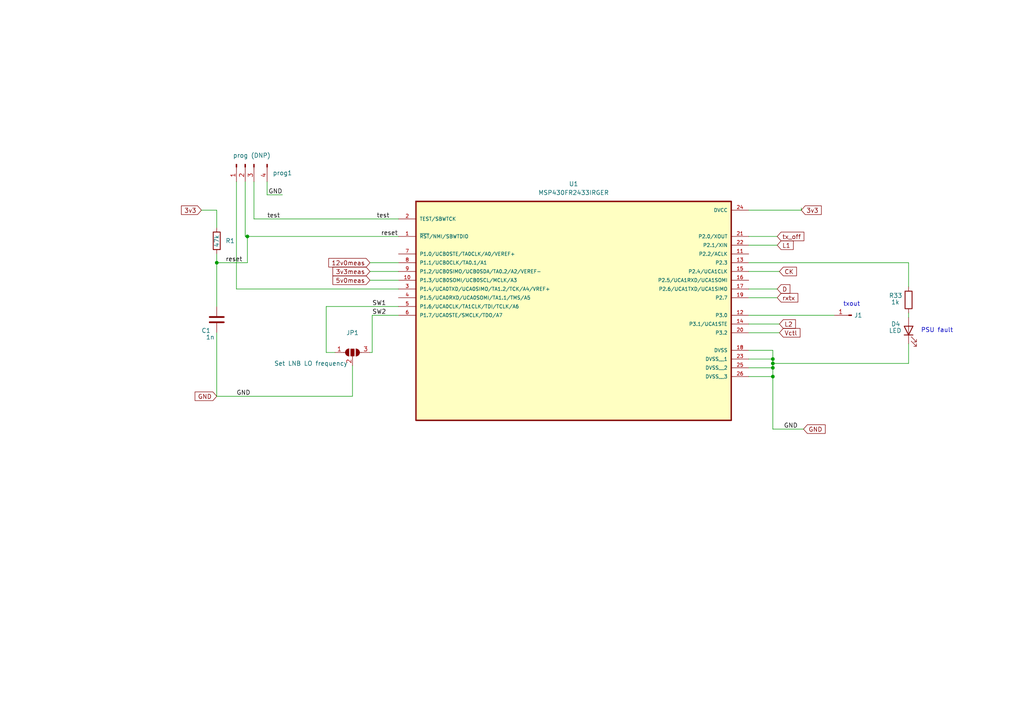
<source format=kicad_sch>
(kicad_sch (version 20231120) (generator "eeschema") (generator_version "8.0")
  (paper "A4")
  (title_block (title "430Mhz - QO-100 transverter") (date "2025-04-24") (rev "2.1") (comment 1 "TxOut for control of external devices") (comment 2 "(00, 01, 10 & 10)") (comment 3 "JP1: Jumper select for 25, 26, 27 & 28Mhz for LNB") (comment 4 "Microcontroller circuit - internal FRAM"))
  (lib_symbols
    (symbol "Connector:Conn_01x01_Pin" (pin_names (offset 1.016) hide)
      (property "Reference" "J" (at 0 2.54 0))
      (property "Value" "Conn_01x01_Pin" (at 0 -2.54 0))
      (symbol "Conn_01x01_Pin_1_1"
        (polyline (pts (xy 1.27 0) (xy 0.8636 0)) (stroke (width 0.1524)))
        (rectangle (start 0.8636 0.127) (end 0 -0.127) (stroke (width 0.1524)) (fill (type outline)))
        (pin passive line (at 5.08 0 180) (length 3.81) (name "Pin_1") (number "1"))
      )
    )
    (symbol "Connector:Conn_01x03_Pin" (pin_names (offset 1.016) hide)
      (property "Reference" "J1" (at 4.85 -1.27 90))
      (property "Value" "prog (DNP)" (at 2.802 -1.27 90))
      (symbol "Conn_01x03_Pin_1_1"
        (rectangle (start 0 -6.223) (end 0.8636 -6.477) (stroke (width 0.1524)) (fill (type outline)))
        (rectangle (start 0 -2.413) (end 0.8636 -2.667) (stroke (width 0.1524)) (fill (type outline)))
        (polyline (pts (xy 1.27 -6.35) (xy 0.8636 -6.35)) (stroke (width 0.1524)))
        (polyline (pts (xy 1.27 -2.54) (xy 0.8636 -2.54)) (stroke (width 0.1524)))
        (polyline (pts (xy 1.27 0) (xy 0.8636 0)) (stroke (width 0.1524)))
        (polyline (pts (xy 1.27 2.54) (xy 0.8636 2.54)) (stroke (width 0.1524)))
        (rectangle (start 0 2.667) (end 0.8636 2.413) (stroke (width 0.1524)) (fill (type outline)))
        (rectangle (start 0.8636 0.127) (end 0 -0.127) (stroke (width 0.1524)) (fill (type outline)))
        (pin passive line (at 5.08 2.54 180) (length 3.81) (name "Pin_1") (number "1"))
        (pin passive line (at 5.08 0 180) (length 3.81) (name "Pin_2") (number "2"))
        (pin passive line (at 5.08 -2.54 180) (length 3.81) (name "Pin_3") (number "3"))
        (pin passive line (at 5.08 -6.35 180) (length 3.81) (name "Pin_1") (number "4"))
      )
    )
    (symbol "Device:C" (pin_numbers hide) (pin_names (offset 0.254))
      (property "Reference" "C" (at 0.635 2.54 0))
      (property "Value" "C" (at 0.635 -2.54 0))
      (symbol "C_0_1"
        (polyline (pts (xy -2.032 -0.762) (xy 2.032 -0.762)) (stroke (width 0.508)))
        (polyline (pts (xy -2.032 0.762) (xy 2.032 0.762)) (stroke (width 0.508)))
      )
      (symbol "C_1_1"
        (pin passive line (at 0 3.81 270) (length 2.794) (name "~") (number "1"))
        (pin passive line (at 0 -3.81 90) (length 2.794) (name "~") (number "2"))
      )
    )
    (symbol "Device:LED" (pin_numbers hide) (pin_names (offset 1.016) hide)
      (property "Reference" "D" (at 0 2.54 0))
      (property "Value" "LED" (at 0 -2.54 0))
      (symbol "LED_0_1"
        (polyline (pts (xy -1.27 -1.27) (xy -1.27 1.27)) (stroke (width 0.254)))
        (polyline (pts (xy -1.27 0) (xy 1.27 0)))
        (polyline (pts (xy 1.27 -1.27) (xy 1.27 1.27) (xy -1.27 0) (xy 1.27 -1.27)) (stroke (width 0.254)))
        (polyline (pts (xy -3.048 -0.762) (xy -4.572 -2.286) (xy -3.81 -2.286) (xy -4.572 -2.286) (xy -4.572 -1.524)))
        (polyline (pts (xy -1.778 -0.762) (xy -3.302 -2.286) (xy -2.54 -2.286) (xy -3.302 -2.286) (xy -3.302 -1.524)))
      )
      (symbol "LED_1_1"
        (pin passive line (at -3.81 0 0) (length 2.54) (name "K") (number "1"))
        (pin passive line (at 3.81 0 180) (length 2.54) (name "A") (number "2"))
      )
    )
    (symbol "Device:R" (pin_numbers hide) (pin_names (offset 0))
      (property "Reference" "R" (at 2.032 0 90))
      (property "Value" "R" (at 0 0 90))
      (symbol "R_0_1"
        (rectangle (start -1.016 -2.54) (end 1.016 2.54) (stroke (width 0.254)))
      )
      (symbol "R_1_1"
        (pin passive line (at 0 3.81 270) (length 1.27) (name "~") (number "1"))
        (pin passive line (at 0 -3.81 90) (length 1.27) (name "~") (number "2"))
      )
    )
    (symbol "Jumper:SolderJumper_3_Open" (pin_names (offset 0) hide)
      (property "Reference" "JP" (at -2.54 -2.54 0))
      (property "Value" "SolderJumper_3_Open" (at 0 2.794 0))
      (symbol "SolderJumper_3_Open_0_1"
        (arc (start -1.016 1.016) (mid -2.0276 0) (end -1.016 -1.016))
        (arc (start -1.016 1.016) (mid -2.0276 0) (end -1.016 -1.016) (fill (type outline)))
        (rectangle (start -0.508 1.016) (end 0.508 -1.016) (fill (type outline)))
        (polyline (pts (xy -2.54 0) (xy -2.032 0)))
        (polyline (pts (xy -1.016 1.016) (xy -1.016 -1.016)))
        (polyline (pts (xy 0 -1.27) (xy 0 -1.016)))
        (polyline (pts (xy 1.016 1.016) (xy 1.016 -1.016)))
        (polyline (pts (xy 2.54 0) (xy 2.032 0)))
        (arc (start 1.016 -1.016) (mid 2.0276 0) (end 1.016 1.016))
        (arc (start 1.016 -1.016) (mid 2.0276 0) (end 1.016 1.016) (fill (type outline)))
      )
      (symbol "SolderJumper_3_Open_1_1"
        (pin passive line (at -5.08 0 0) (length 2.54) (name "A") (number "1"))
        (pin passive line (at 0 -3.81 90) (length 2.54) (name "C") (number "2"))
        (pin passive line (at 5.08 0 180) (length 2.54) (name "B") (number "3"))
      )
    )
    (symbol "MSP430FR2433IRGER:MSP430FR2433IRGER" (pin_names (offset 1.016))
      (property "Reference" "U" (at -45.72 25.4 0))
      (property "Value" "MSP430FR2433IRGER" (at -45.72 -43.18 0))
      (symbol "MSP430FR2433IRGER_0_0"
        (rectangle (start -45.72 -40.64) (end 45.72 22.86) (stroke (width 0.41)) (fill (type background)))
        (pin bidirectional line (at -50.8 12.7 0) (length 5.08) (name "~{RST}/NMI/SBWTDIO") (number "1"))
        (pin bidirectional line (at -50.8 0 0) (length 5.08) (name "P1.3/UCB0SOMI/UCB0SCL/MCLK/A3") (number "10"))
        (pin bidirectional line (at 50.8 7.62 180) (length 5.08) (name "P2.2/ACLK") (number "11"))
        (pin bidirectional line (at 50.8 -10.16 180) (length 5.08) (name "P3.0") (number "12"))
        (pin bidirectional line (at 50.8 5.08 180) (length 5.08) (name "P2.3") (number "13"))
        (pin bidirectional line (at 50.8 -12.7 180) (length 5.08) (name "P3.1/UCA1STE") (number "14"))
        (pin bidirectional line (at 50.8 2.54 180) (length 5.08) (name "P2.4/UCA1CLK") (number "15"))
        (pin bidirectional line (at 50.8 0 180) (length 5.08) (name "P2.5/UCA1RXD/UCA1SOMI") (number "16"))
        (pin bidirectional line (at 50.8 -2.54 180) (length 5.08) (name "P2.6/UCA1TXD/UCA1SIMO") (number "17"))
        (pin power_in line (at 50.8 -20.32 180) (length 5.08) (name "DVSS") (number "18"))
        (pin bidirectional line (at 50.8 -5.08 180) (length 5.08) (name "P2.7") (number "19"))
        (pin input line (at -50.8 17.78 0) (length 5.08) (name "TEST/SBWTCK") (number "2"))
        (pin bidirectional line (at 50.8 -15.24 180) (length 5.08) (name "P3.2") (number "20"))
        (pin bidirectional line (at 50.8 12.7 180) (length 5.08) (name "P2.0/XOUT") (number "21"))
        (pin bidirectional line (at 50.8 10.16 180) (length 5.08) (name "P2.1/XIN") (number "22"))
        (pin power_in line (at 50.8 -22.86 180) (length 5.08) (name "DVSS__1") (number "23"))
        (pin power_in line (at 50.8 20.32 180) (length 5.08) (name "DVCC") (number "24"))
        (pin power_in line (at 50.8 -25.4 180) (length 5.08) (name "DVSS__2") (number "25"))
        (pin power_in line (at 50.8 -27.94 180) (length 5.08) (name "DVSS__3") (number "26"))
        (pin bidirectional line (at -50.8 -2.54 0) (length 5.08) (name "P1.4/UCA0TXD/UCA0SIMO/TA1.2/TCK/A4/VREF+") (number "3"))
        (pin bidirectional line (at -50.8 -5.08 0) (length 5.08) (name "P1.5/UCA0RXD/UCA0SOMI/TA1.1/TMS/A5") (number "4"))
        (pin bidirectional line (at -50.8 -7.62 0) (length 5.08) (name "P1.6/UCA0CLK/TA1CLK/TDI/TCLK/A6") (number "5"))
        (pin bidirectional line (at -50.8 -10.16 0) (length 5.08) (name "P1.7/UCA0STE/SMCLK/TDO/A7") (number "6"))
        (pin bidirectional line (at -50.8 7.62 0) (length 5.08) (name "P1.0/UCB0STE/TA0CLK/A0/VEREF+") (number "7"))
        (pin bidirectional line (at -50.8 5.08 0) (length 5.08) (name "P1.1/UCB0CLK/TA0.1/A1") (number "8"))
        (pin bidirectional line (at -50.8 2.54 0) (length 5.08) (name "P1.2/UCB0SIMO/UCB0SDA/TA0.2/A2/VEREF-") (number "9"))
      )
    )
  )
  (junction (at 224.155 104.14))
  (junction (at 224.155 106.68))
  (junction (at 62.865 76.2))
  (junction (at 71.755 68.58))
  (junction (at 224.155 105.41))
  (junction (at 224.155 109.22))
  (wire (pts (xy 71.755 68.58) (xy 71.755 76.2)))
  (wire (pts (xy 62.865 76.2) (xy 62.865 88.9)))
  (wire (pts (xy 107.95 91.44) (xy 107.95 102.235)))
  (wire (pts (xy 224.155 104.14) (xy 224.155 105.41)))
  (wire (pts (xy 62.865 114.935) (xy 102.235 114.935)))
  (wire (pts (xy 62.865 60.96) (xy 62.865 66.04)))
  (wire (pts (xy 224.155 109.22) (xy 224.155 124.46)))
  (wire (pts (xy 217.17 91.44) (xy 241.935 91.44)))
  (wire (pts (xy 224.155 124.46) (xy 233.045 124.46)))
  (wire (pts (xy 71.755 68.58) (xy 115.57 68.58)))
  (wire (pts (xy 107.95 102.235) (xy 107.315 102.235)))
  (wire (pts (xy 217.17 109.22) (xy 224.155 109.22)))
  (wire (pts (xy 97.155 102.235) (xy 94.615 102.235)))
  (wire (pts (xy 94.615 88.9) (xy 115.57 88.9)))
  (wire (pts (xy 73.66 52.705) (xy 73.66 63.5)))
  (wire (pts (xy 81.915 56.515) (xy 77.47 56.515)))
  (wire (pts (xy 115.57 83.82) (xy 68.58 83.82)))
  (wire (pts (xy 217.17 71.12) (xy 225.425 71.12)))
  (wire (pts (xy 71.12 52.705) (xy 71.12 68.58)))
  (wire (pts (xy 224.155 106.68) (xy 224.155 109.22)))
  (wire (pts (xy 73.66 63.5) (xy 115.57 63.5)))
  (wire (pts (xy 217.17 106.68) (xy 224.155 106.68)))
  (wire (pts (xy 94.615 88.9) (xy 94.615 102.235)))
  (wire (pts (xy 62.865 114.935) (xy 62.865 96.52)))
  (wire (pts (xy 58.42 60.96) (xy 62.865 60.96)))
  (wire (pts (xy 224.155 105.41) (xy 224.155 106.68)))
  (wire (pts (xy 107.315 81.28) (xy 115.57 81.28)))
  (wire (pts (xy 232.41 60.325) (xy 232.41 60.96)))
  (wire (pts (xy 217.17 68.58) (xy 225.425 68.58)))
  (wire (pts (xy 217.17 104.14) (xy 224.155 104.14)))
  (wire (pts (xy 217.17 83.82) (xy 225.425 83.82)))
  (wire (pts (xy 62.865 76.2) (xy 71.755 76.2)))
  (wire (pts (xy 77.47 52.705) (xy 77.47 56.515)))
  (wire (pts (xy 217.17 78.74) (xy 226.06 78.74)))
  (wire (pts (xy 68.58 83.82) (xy 68.58 52.705)))
  (wire (pts (xy 71.12 68.58) (xy 71.755 68.58)))
  (wire (pts (xy 107.95 91.44) (xy 115.57 91.44)))
  (wire (pts (xy 107.315 76.2) (xy 115.57 76.2)))
  (wire (pts (xy 217.17 96.52) (xy 226.06 96.52)))
  (wire (pts (xy 102.235 114.935) (xy 102.235 106.045)))
  (wire (pts (xy 217.17 86.36) (xy 225.425 86.36)))
  (wire (pts (xy 263.525 76.2) (xy 263.525 83.185)))
  (wire (pts (xy 217.17 101.6) (xy 224.155 101.6)))
  (wire (pts (xy 263.525 105.41) (xy 224.155 105.41)))
  (wire (pts (xy 263.525 99.695) (xy 263.525 105.41)))
  (wire (pts (xy 217.17 60.96) (xy 232.41 60.96)))
  (wire (pts (xy 263.525 90.805) (xy 263.525 92.075)))
  (wire (pts (xy 107.315 78.74) (xy 115.57 78.74)))
  (wire (pts (xy 224.155 101.6) (xy 224.155 104.14)))
  (wire (pts (xy 62.865 73.66) (xy 62.865 76.2)))
  (wire (pts (xy 217.17 76.2) (xy 263.525 76.2)))
  (wire (pts (xy 217.17 93.98) (xy 226.06 93.98)))
  (text "PSU fault" (at 271.78 95.885 0) (effects (font (size 1.27 1.27))))
  (text "txout" (at 247.015 88.265 0) (effects (font (size 1.27 1.27))))
  (label "reset" (at 110.49 68.58 0))
  (label "GND" (at 227.33 124.46 0))
  (label "test" (at 109.22 63.5 0))
  (label "reset" (at 65.405 76.2 0))
  (label "SW2" (at 107.95 91.44 0))
  (label "GND" (at 81.915 56.515 180))
  (label "GND" (at 68.58 114.935 0))
  (label "SW1" (at 107.95 88.9 0))
  (label "test" (at 77.47 63.5 0))
  (global_label "5v0meas" (shape input) (at 107.315 81.28 180) (property "Intersheetrefs" "${INTERSHEET_REFS}" (effects (hide yes))))
  (global_label "3v3" (shape input) (at 232.41 60.96 0) (property "Intersheetrefs" "${INTERSHEET_REFS}" (effects (hide yes))))
  (global_label "12v0meas" (shape input) (at 107.315 76.2 180) (property "Intersheetrefs" "${INTERSHEET_REFS}" (effects (hide yes))))
  (global_label "tx_off" (shape input) (at 225.425 68.58 0) (property "Intersheetrefs" "${INTERSHEET_REFS}" (effects (hide yes))))
  (global_label "L2" (shape input) (at 226.06 93.98 0) (property "Intersheetrefs" "${INTERSHEET_REFS}" (effects (hide yes))))
  (global_label "L1" (shape input) (at 225.425 71.12 0) (property "Intersheetrefs" "${INTERSHEET_REFS}" (effects (hide yes))))
  (global_label "CK" (shape input) (at 226.06 78.74 0) (property "Intersheetrefs" "${INTERSHEET_REFS}" (effects (hide yes))))
  (global_label "rxtx" (shape input) (at 225.425 86.36 0) (property "Intersheetrefs" "${INTERSHEET_REFS}" (effects (hide yes))))
  (global_label "3v3meas" (shape input) (at 107.315 78.74 180) (property "Intersheetrefs" "${INTERSHEET_REFS}" (effects (hide yes))))
  (global_label "Vctl" (shape input) (at 226.06 96.52 0) (property "Intersheetrefs" "${INTERSHEET_REFS}" (effects (hide yes))))
  (global_label "3v3" (shape input) (at 58.42 60.96 180) (property "Intersheetrefs" "${INTERSHEET_REFS}" (effects (hide yes))))
  (global_label "D" (shape input) (at 225.425 83.82 0) (property "Intersheetrefs" "${INTERSHEET_REFS}" (effects (hide yes))))
  (global_label "GND" (shape input) (at 233.045 124.46 0) (property "Intersheetrefs" "${INTERSHEET_REFS}" (effects (hide yes))))
  (global_label "GND" (shape input) (at 62.865 114.935 180) (property "Intersheetrefs" "${INTERSHEET_REFS}" (effects (hide yes))))
  (symbol (lib_id "Connector:Conn_01x03_Pin") (at 71.12 47.625 90) (mirror x) (unit 1)
    (property "Reference" "prog1" (at 81.915 50.165 90))
    (property "Value" "prog (DNP)" (at 73.025 45.085 90))
    (property "Footprint" "Connector_PinHeader_2.54mm:PinHeader_1x04_P2.54mm_Vertical" (effects (hide yes)))
    (property "Description" "Generic connector, single row, 01x03, script generated" (effects (hide yes)))
  )
  (symbol (lib_id "Device:R") (at 263.525 86.995 0) (unit 1)
    (property "Reference" "R33" (at 257.81 85.725 0) (effects (justify left)))
    (property "Value" "1k" (at 258.445 87.63 0) (effects (justify left)))
    (property "Footprint" "Resistor_SMD:R_0603_1608Metric" (effects (hide yes)))
    (property "Description" "Resistor" (effects (hide yes)))
  )
  (symbol (lib_id "Connector:Conn_01x01_Pin") (at 247.015 91.44 180) (unit 1)
    (property "Reference" "J1" (at 248.92 91.44 0))
    (property "Value" "Txout1" (effects (hide yes)))
    (property "Footprint" "Connector_Pin:Pin_D0.9mm_L10.0mm_W2.4mm_FlatFork" (effects (hide yes)))
    (property "DESCRIPTION" "DC Power Connectors PCB 2.1MM" (effects (hide yes)))
    (property "HEIGHT" "11mm" (effects (hide yes)))
    (property "MANUFACTURER_NAME" "Kobiconn" (effects (hide yes)))
    (property "MANUFACTURER_PART_NUMBER" "163-179PH-EX" (effects (hide yes)))
    (property "MOUSER_PART_NUMBER" "163-179PH-EX" (effects (hide yes)))
    (property "MOUSER_PRICE-STOCK" "https://www.mouser.com/Search/Refine.aspx?Keyword=163-179PH-EX" (effects (hide yes)))
  )
  (symbol (lib_id "Device:C") (at 62.865 92.71 0) (unit 1)
    (property "Reference" "C1" (at 58.42 95.885 0) (effects (justify left)))
    (property "Value" "1n" (at 59.69 97.79 0) (effects (justify left)))
    (property "Footprint" "Capacitor_SMD:C_0603_1608Metric" (effects (hide yes)))
  )
  (symbol (lib_id "Device:LED") (at 263.525 95.885 90) (unit 1)
    (property "Reference" "D4" (at 258.445 93.98 90) (effects (justify right)))
    (property "Value" "LED" (at 257.81 95.885 90) (effects (justify right)))
    (property "Footprint" "LED_SMD:LED_0603_1608Metric" (effects (hide yes)))
    (property "Description" "Light emitting diode" (effects (hide yes)))
  )
  (symbol (lib_id "Jumper:SolderJumper_3_Open") (at 102.235 102.235 0) (unit 1)
    (property "Reference" "JP1" (at 102.235 96.52 0))
    (property "Value" "Set LNB LO frequency" (at 90.17 105.41 0))
    (property "Footprint" "Jumper:SolderJumper-3_P1.3mm_Open_RoundedPad1.0x1.5mm" (effects (hide yes)))
  )
  (symbol (lib_id "Device:R") (at 62.865 69.85 0) (unit 1)
    (property "Reference" "R1" (at 65.405 69.85 0) (effects (justify left)))
    (property "Value" "47k" (at 62.865 71.755 90) (effects (justify left)))
    (property "Footprint" "Resistor_SMD:R_0603_1608Metric" (effects (hide yes)))
  )
  (symbol (lib_id "MSP430FR2433IRGER:MSP430FR2433IRGER") (at 166.37 81.28 0) (unit 1)
    (property "Reference" "U1" (at 166.37 53.34 0))
    (property "Value" "MSP430FR2433IRGER" (at 166.37 55.88 0))
    (property "Footprint" "MSP430FR2433IRGER:QFN50P400X400X100-25N" (effects (hide yes)))
    (property "MF" "Texas Instruments" (effects (hide yes)))
    (property "MAXIMUM_PACKAGE_HEIGHT" "1.00 mm" (effects (hide yes)))
    (property "Package" "VQFN-24 Texas Instruments" (effects (hide yes)))
    (property "Price" "None" (effects (hide yes)))
    (property "Check_prices" "https://www.snapeda.com/parts/MSP430FR2433IRGER/Texas+Instruments/view-part/?ref=eda" (effects (hide yes)))
    (property "STANDARD" "Manufacturer Recommendations" (effects (hide yes)))
    (property "PARTREV" "8/2017" (effects (hide yes)))
    (property "SnapEDA_Link" "https://www.snapeda.com/parts/MSP430FR2433IRGER/Texas+Instruments/view-part/?ref=snap" (effects (hide yes)))
    (property "MP" "MSP430FR2433IRGER" (effects (hide yes)))
    (property "Purchase-URL" "https://www.snapeda.com/api/url_track_click_mouser/?unipart_id=482385&manufacturer=Texas Instruments&part_name=MSP430FR2433IRGER&search_term=msp430fr2433" (effects (hide yes)))
    (property "Description_1" "\n16 MHz MCU with 16KB FRAM, 4KB SRAM, 10-bit ADC, UART/SPI/I2C, timer\n" (effects (hide yes)))
    (property "Availability" "In Stock" (effects (hide yes)))
    (property "MANUFACTURER" "Texas Instruments" (effects (hide yes)))
  )
)
</source>
